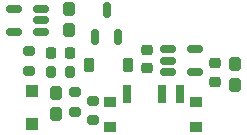
<source format=gbr>
%TF.GenerationSoftware,KiCad,Pcbnew,8.0.7*%
%TF.CreationDate,2025-01-11T15:19:25-09:00*%
%TF.ProjectId,wearable_battery_board,77656172-6162-46c6-955f-626174746572,rev?*%
%TF.SameCoordinates,Original*%
%TF.FileFunction,Paste,Top*%
%TF.FilePolarity,Positive*%
%FSLAX46Y46*%
G04 Gerber Fmt 4.6, Leading zero omitted, Abs format (unit mm)*
G04 Created by KiCad (PCBNEW 8.0.7) date 2025-01-11 15:19:25*
%MOMM*%
%LPD*%
G01*
G04 APERTURE LIST*
G04 Aperture macros list*
%AMRoundRect*
0 Rectangle with rounded corners*
0 $1 Rounding radius*
0 $2 $3 $4 $5 $6 $7 $8 $9 X,Y pos of 4 corners*
0 Add a 4 corners polygon primitive as box body*
4,1,4,$2,$3,$4,$5,$6,$7,$8,$9,$2,$3,0*
0 Add four circle primitives for the rounded corners*
1,1,$1+$1,$2,$3*
1,1,$1+$1,$4,$5*
1,1,$1+$1,$6,$7*
1,1,$1+$1,$8,$9*
0 Add four rect primitives between the rounded corners*
20,1,$1+$1,$2,$3,$4,$5,0*
20,1,$1+$1,$4,$5,$6,$7,0*
20,1,$1+$1,$6,$7,$8,$9,0*
20,1,$1+$1,$8,$9,$2,$3,0*%
G04 Aperture macros list end*
%ADD10RoundRect,0.250000X-0.275000X0.312500X-0.275000X-0.312500X0.275000X-0.312500X0.275000X0.312500X0*%
%ADD11RoundRect,0.200000X-0.200000X-0.275000X0.200000X-0.275000X0.200000X0.275000X-0.200000X0.275000X0*%
%ADD12RoundRect,0.200000X-0.275000X0.200000X-0.275000X-0.200000X0.275000X-0.200000X0.275000X0.200000X0*%
%ADD13RoundRect,0.218750X-0.218750X-0.256250X0.218750X-0.256250X0.218750X0.256250X-0.218750X0.256250X0*%
%ADD14RoundRect,0.150000X0.512500X0.150000X-0.512500X0.150000X-0.512500X-0.150000X0.512500X-0.150000X0*%
%ADD15R,0.711200X1.498600*%
%ADD16R,0.990600X0.812800*%
%ADD17RoundRect,0.150000X-0.512500X-0.150000X0.512500X-0.150000X0.512500X0.150000X-0.512500X0.150000X0*%
%ADD18RoundRect,0.200000X0.275000X-0.200000X0.275000X0.200000X-0.275000X0.200000X-0.275000X-0.200000X0*%
%ADD19RoundRect,0.150000X0.150000X-0.512500X0.150000X0.512500X-0.150000X0.512500X-0.150000X-0.512500X0*%
%ADD20RoundRect,0.225000X0.225000X0.375000X-0.225000X0.375000X-0.225000X-0.375000X0.225000X-0.375000X0*%
%ADD21RoundRect,0.225000X-0.250000X0.225000X-0.250000X-0.225000X0.250000X-0.225000X0.250000X0.225000X0*%
%ADD22RoundRect,0.250000X-0.300000X0.300000X-0.300000X-0.300000X0.300000X-0.300000X0.300000X0.300000X0*%
G04 APERTURE END LIST*
D10*
%TO.C,C1*%
X144830800Y-83084900D03*
X144830800Y-84859900D03*
%TD*%
D11*
%TO.C,R1*%
X144361400Y-81280000D03*
X146011400Y-81280000D03*
%TD*%
D12*
%TO.C,R5*%
X146456400Y-82995000D03*
X146456400Y-84645000D03*
%TD*%
D10*
%TO.C,C5*%
X159969200Y-80646500D03*
X159969200Y-82421500D03*
%TD*%
D13*
%TO.C,D2*%
X144398900Y-79654400D03*
X145973900Y-79654400D03*
%TD*%
D14*
%TO.C,U1*%
X143510000Y-77861200D03*
X143510000Y-76911200D03*
X143510000Y-75961200D03*
X141235000Y-75961200D03*
X141235000Y-77861200D03*
%TD*%
D15*
%TO.C,SW1*%
X150810397Y-83141400D03*
X153810400Y-83141400D03*
X155310400Y-83141400D03*
D16*
X149410400Y-83841401D03*
X149410420Y-85941399D03*
X156710380Y-85941399D03*
X156710400Y-83841401D03*
%TD*%
D17*
%TO.C,U2*%
X154310500Y-79364800D03*
X154310500Y-80314800D03*
X154310500Y-81264800D03*
X156585500Y-81264800D03*
X156585500Y-79364800D03*
%TD*%
D18*
%TO.C,R6*%
X147929600Y-85356200D03*
X147929600Y-83706200D03*
%TD*%
D19*
%TO.C,Q1*%
X148148000Y-78353500D03*
X150048000Y-78353500D03*
X149098000Y-76078500D03*
%TD*%
D20*
%TO.C,D3*%
X150951200Y-80721200D03*
X147651200Y-80721200D03*
%TD*%
D21*
%TO.C,C3*%
X152552400Y-79387400D03*
X152552400Y-80937400D03*
%TD*%
%TO.C,C4*%
X158292800Y-80555800D03*
X158292800Y-82105800D03*
%TD*%
D12*
%TO.C,R2*%
X142544800Y-79540600D03*
X142544800Y-81190600D03*
%TD*%
D10*
%TO.C,C2*%
X145948400Y-75972900D03*
X145948400Y-77747900D03*
%TD*%
D22*
%TO.C,D1*%
X142798800Y-82877200D03*
X142798800Y-85677200D03*
%TD*%
M02*

</source>
